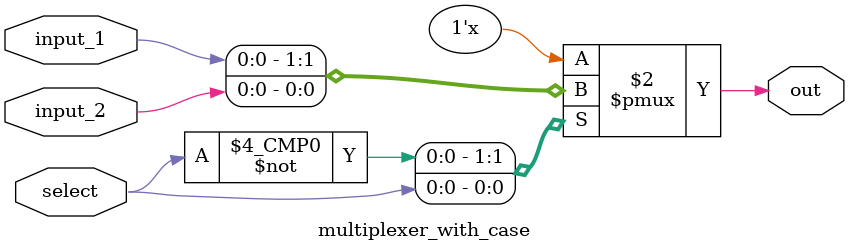
<source format=v>
`timescale 1ns/1ps


module multiplexer_with_case (
    input_1,    // mux inputs
    input_2,    // mux inputs
    select,     // mux select
    out         // mux output
    );

input input_1, input_2, select; 
output out; 
reg out;

always @(input_1 or input_2 or select) 
    begin: MUX
        case (select)                                // case statement
            2'b0: out = input_1;                    // if select is 0, input_1 will connect to the output
            2'b1: out = input_2;                   // if select is 1, input_2 will connect to the output
        endcase
    end
endmodule
</source>
